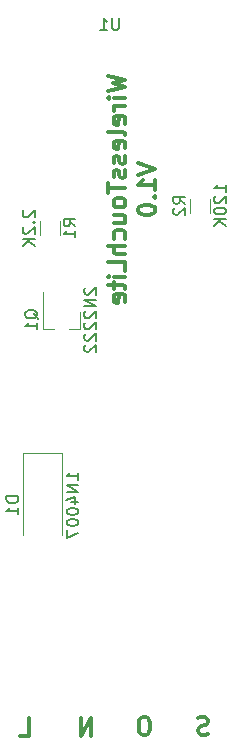
<source format=gbo>
G04 #@! TF.GenerationSoftware,KiCad,Pcbnew,(5.1.4)-1*
G04 #@! TF.CreationDate,2019-10-10T22:11:15+02:00*
G04 #@! TF.ProjectId,WirelessTouchLight,57697265-6c65-4737-9354-6f7563684c69,rev?*
G04 #@! TF.SameCoordinates,Original*
G04 #@! TF.FileFunction,Legend,Bot*
G04 #@! TF.FilePolarity,Positive*
%FSLAX46Y46*%
G04 Gerber Fmt 4.6, Leading zero omitted, Abs format (unit mm)*
G04 Created by KiCad (PCBNEW (5.1.4)-1) date 2019-10-10 22:11:15*
%MOMM*%
%LPD*%
G04 APERTURE LIST*
%ADD10C,0.300000*%
%ADD11C,0.120000*%
%ADD12C,0.150000*%
G04 APERTURE END LIST*
D10*
X60372571Y-78458142D02*
X60158285Y-78529571D01*
X59801142Y-78529571D01*
X59658285Y-78458142D01*
X59586857Y-78386714D01*
X59515428Y-78243857D01*
X59515428Y-78101000D01*
X59586857Y-77958142D01*
X59658285Y-77886714D01*
X59801142Y-77815285D01*
X60086857Y-77743857D01*
X60229714Y-77672428D01*
X60301142Y-77601000D01*
X60372571Y-77458142D01*
X60372571Y-77315285D01*
X60301142Y-77172428D01*
X60229714Y-77101000D01*
X60086857Y-77029571D01*
X59729714Y-77029571D01*
X59515428Y-77101000D01*
X55133857Y-77029571D02*
X54848142Y-77029571D01*
X54705285Y-77101000D01*
X54562428Y-77243857D01*
X54491000Y-77529571D01*
X54491000Y-78029571D01*
X54562428Y-78315285D01*
X54705285Y-78458142D01*
X54848142Y-78529571D01*
X55133857Y-78529571D01*
X55276714Y-78458142D01*
X55419571Y-78315285D01*
X55491000Y-78029571D01*
X55491000Y-77529571D01*
X55419571Y-77243857D01*
X55276714Y-77101000D01*
X55133857Y-77029571D01*
X50466571Y-78656571D02*
X50466571Y-77156571D01*
X49609428Y-78656571D01*
X49609428Y-77156571D01*
X44493714Y-78656571D02*
X45208000Y-78656571D01*
X45208000Y-77156571D01*
X51878571Y-22742142D02*
X53378571Y-23099285D01*
X52307142Y-23385000D01*
X53378571Y-23670714D01*
X51878571Y-24027857D01*
X53378571Y-24599285D02*
X52378571Y-24599285D01*
X51878571Y-24599285D02*
X51950000Y-24527857D01*
X52021428Y-24599285D01*
X51950000Y-24670714D01*
X51878571Y-24599285D01*
X52021428Y-24599285D01*
X53378571Y-25313571D02*
X52378571Y-25313571D01*
X52664285Y-25313571D02*
X52521428Y-25385000D01*
X52450000Y-25456428D01*
X52378571Y-25599285D01*
X52378571Y-25742142D01*
X53307142Y-26813571D02*
X53378571Y-26670714D01*
X53378571Y-26385000D01*
X53307142Y-26242142D01*
X53164285Y-26170714D01*
X52592857Y-26170714D01*
X52450000Y-26242142D01*
X52378571Y-26385000D01*
X52378571Y-26670714D01*
X52450000Y-26813571D01*
X52592857Y-26885000D01*
X52735714Y-26885000D01*
X52878571Y-26170714D01*
X53378571Y-27742142D02*
X53307142Y-27599285D01*
X53164285Y-27527857D01*
X51878571Y-27527857D01*
X53307142Y-28885000D02*
X53378571Y-28742142D01*
X53378571Y-28456428D01*
X53307142Y-28313571D01*
X53164285Y-28242142D01*
X52592857Y-28242142D01*
X52450000Y-28313571D01*
X52378571Y-28456428D01*
X52378571Y-28742142D01*
X52450000Y-28885000D01*
X52592857Y-28956428D01*
X52735714Y-28956428D01*
X52878571Y-28242142D01*
X53307142Y-29527857D02*
X53378571Y-29670714D01*
X53378571Y-29956428D01*
X53307142Y-30099285D01*
X53164285Y-30170714D01*
X53092857Y-30170714D01*
X52950000Y-30099285D01*
X52878571Y-29956428D01*
X52878571Y-29742142D01*
X52807142Y-29599285D01*
X52664285Y-29527857D01*
X52592857Y-29527857D01*
X52450000Y-29599285D01*
X52378571Y-29742142D01*
X52378571Y-29956428D01*
X52450000Y-30099285D01*
X53307142Y-30742142D02*
X53378571Y-30885000D01*
X53378571Y-31170714D01*
X53307142Y-31313571D01*
X53164285Y-31385000D01*
X53092857Y-31385000D01*
X52950000Y-31313571D01*
X52878571Y-31170714D01*
X52878571Y-30956428D01*
X52807142Y-30813571D01*
X52664285Y-30742142D01*
X52592857Y-30742142D01*
X52450000Y-30813571D01*
X52378571Y-30956428D01*
X52378571Y-31170714D01*
X52450000Y-31313571D01*
X51878571Y-31813571D02*
X51878571Y-32670714D01*
X53378571Y-32242142D02*
X51878571Y-32242142D01*
X53378571Y-33385000D02*
X53307142Y-33242142D01*
X53235714Y-33170714D01*
X53092857Y-33099285D01*
X52664285Y-33099285D01*
X52521428Y-33170714D01*
X52450000Y-33242142D01*
X52378571Y-33385000D01*
X52378571Y-33599285D01*
X52450000Y-33742142D01*
X52521428Y-33813571D01*
X52664285Y-33885000D01*
X53092857Y-33885000D01*
X53235714Y-33813571D01*
X53307142Y-33742142D01*
X53378571Y-33599285D01*
X53378571Y-33385000D01*
X52378571Y-35170714D02*
X53378571Y-35170714D01*
X52378571Y-34527857D02*
X53164285Y-34527857D01*
X53307142Y-34599285D01*
X53378571Y-34742142D01*
X53378571Y-34956428D01*
X53307142Y-35099285D01*
X53235714Y-35170714D01*
X53307142Y-36527857D02*
X53378571Y-36385000D01*
X53378571Y-36099285D01*
X53307142Y-35956428D01*
X53235714Y-35885000D01*
X53092857Y-35813571D01*
X52664285Y-35813571D01*
X52521428Y-35885000D01*
X52450000Y-35956428D01*
X52378571Y-36099285D01*
X52378571Y-36385000D01*
X52450000Y-36527857D01*
X53378571Y-37170714D02*
X51878571Y-37170714D01*
X53378571Y-37813571D02*
X52592857Y-37813571D01*
X52450000Y-37742142D01*
X52378571Y-37599285D01*
X52378571Y-37385000D01*
X52450000Y-37242142D01*
X52521428Y-37170714D01*
X53378571Y-39242142D02*
X53378571Y-38527857D01*
X51878571Y-38527857D01*
X53378571Y-39742142D02*
X52378571Y-39742142D01*
X51878571Y-39742142D02*
X51950000Y-39670714D01*
X52021428Y-39742142D01*
X51950000Y-39813571D01*
X51878571Y-39742142D01*
X52021428Y-39742142D01*
X52378571Y-40242142D02*
X52378571Y-40813571D01*
X51878571Y-40456428D02*
X53164285Y-40456428D01*
X53307142Y-40527857D01*
X53378571Y-40670714D01*
X53378571Y-40813571D01*
X53307142Y-41885000D02*
X53378571Y-41742142D01*
X53378571Y-41456428D01*
X53307142Y-41313571D01*
X53164285Y-41242142D01*
X52592857Y-41242142D01*
X52450000Y-41313571D01*
X52378571Y-41456428D01*
X52378571Y-41742142D01*
X52450000Y-41885000D01*
X52592857Y-41956428D01*
X52735714Y-41956428D01*
X52878571Y-41242142D01*
X54428571Y-30099285D02*
X55928571Y-30599285D01*
X54428571Y-31099285D01*
X55928571Y-32385000D02*
X55928571Y-31527857D01*
X55928571Y-31956428D02*
X54428571Y-31956428D01*
X54642857Y-31813571D01*
X54785714Y-31670714D01*
X54857142Y-31527857D01*
X55785714Y-33027857D02*
X55857142Y-33099285D01*
X55928571Y-33027857D01*
X55857142Y-32956428D01*
X55785714Y-33027857D01*
X55928571Y-33027857D01*
X54428571Y-34027857D02*
X54428571Y-34170714D01*
X54500000Y-34313571D01*
X54571428Y-34384999D01*
X54714285Y-34456428D01*
X55000000Y-34527857D01*
X55357142Y-34527857D01*
X55642857Y-34456428D01*
X55785714Y-34384999D01*
X55857142Y-34313571D01*
X55928571Y-34170714D01*
X55928571Y-34027857D01*
X55857142Y-33884999D01*
X55785714Y-33813571D01*
X55642857Y-33742142D01*
X55357142Y-33670714D01*
X55000000Y-33670714D01*
X54714285Y-33742142D01*
X54571428Y-33813571D01*
X54500000Y-33884999D01*
X54428571Y-34027857D01*
D11*
X44705000Y-54695000D02*
X44705000Y-61595000D01*
X48005000Y-54695000D02*
X48005000Y-61595000D01*
X44705000Y-54695000D02*
X48005000Y-54695000D01*
X49525000Y-44170000D02*
X49525000Y-42710000D01*
X46365000Y-44170000D02*
X46365000Y-41010000D01*
X46365000Y-44170000D02*
X47295000Y-44170000D01*
X49525000Y-44170000D02*
X48595000Y-44170000D01*
X47870000Y-36240000D02*
X47870000Y-35040000D01*
X46110000Y-35040000D02*
X46110000Y-36240000D01*
X60570000Y-34335000D02*
X60570000Y-33135000D01*
X58810000Y-33135000D02*
X58810000Y-34335000D01*
D12*
X44307380Y-58356904D02*
X43307380Y-58356904D01*
X43307380Y-58595000D01*
X43355000Y-58737857D01*
X43450238Y-58833095D01*
X43545476Y-58880714D01*
X43735952Y-58928333D01*
X43878809Y-58928333D01*
X44069285Y-58880714D01*
X44164523Y-58833095D01*
X44259761Y-58737857D01*
X44307380Y-58595000D01*
X44307380Y-58356904D01*
X44307380Y-59880714D02*
X44307380Y-59309285D01*
X44307380Y-59595000D02*
X43307380Y-59595000D01*
X43450238Y-59499761D01*
X43545476Y-59404523D01*
X43593095Y-59309285D01*
X49407380Y-56952142D02*
X49407380Y-56380714D01*
X49407380Y-56666428D02*
X48407380Y-56666428D01*
X48550238Y-56571190D01*
X48645476Y-56475952D01*
X48693095Y-56380714D01*
X49407380Y-57380714D02*
X48407380Y-57380714D01*
X49407380Y-57952142D01*
X48407380Y-57952142D01*
X48740714Y-58856904D02*
X49407380Y-58856904D01*
X48359761Y-58618809D02*
X49074047Y-58380714D01*
X49074047Y-58999761D01*
X48407380Y-59571190D02*
X48407380Y-59666428D01*
X48455000Y-59761666D01*
X48502619Y-59809285D01*
X48597857Y-59856904D01*
X48788333Y-59904523D01*
X49026428Y-59904523D01*
X49216904Y-59856904D01*
X49312142Y-59809285D01*
X49359761Y-59761666D01*
X49407380Y-59666428D01*
X49407380Y-59571190D01*
X49359761Y-59475952D01*
X49312142Y-59428333D01*
X49216904Y-59380714D01*
X49026428Y-59333095D01*
X48788333Y-59333095D01*
X48597857Y-59380714D01*
X48502619Y-59428333D01*
X48455000Y-59475952D01*
X48407380Y-59571190D01*
X48407380Y-60523571D02*
X48407380Y-60618809D01*
X48455000Y-60714047D01*
X48502619Y-60761666D01*
X48597857Y-60809285D01*
X48788333Y-60856904D01*
X49026428Y-60856904D01*
X49216904Y-60809285D01*
X49312142Y-60761666D01*
X49359761Y-60714047D01*
X49407380Y-60618809D01*
X49407380Y-60523571D01*
X49359761Y-60428333D01*
X49312142Y-60380714D01*
X49216904Y-60333095D01*
X49026428Y-60285476D01*
X48788333Y-60285476D01*
X48597857Y-60333095D01*
X48502619Y-60380714D01*
X48455000Y-60428333D01*
X48407380Y-60523571D01*
X48407380Y-61190238D02*
X48407380Y-61856904D01*
X49407380Y-61428333D01*
X45992619Y-43314761D02*
X45945000Y-43219523D01*
X45849761Y-43124285D01*
X45706904Y-42981428D01*
X45659285Y-42886190D01*
X45659285Y-42790952D01*
X45897380Y-42838571D02*
X45849761Y-42743333D01*
X45754523Y-42648095D01*
X45564047Y-42600476D01*
X45230714Y-42600476D01*
X45040238Y-42648095D01*
X44945000Y-42743333D01*
X44897380Y-42838571D01*
X44897380Y-43029047D01*
X44945000Y-43124285D01*
X45040238Y-43219523D01*
X45230714Y-43267142D01*
X45564047Y-43267142D01*
X45754523Y-43219523D01*
X45849761Y-43124285D01*
X45897380Y-43029047D01*
X45897380Y-42838571D01*
X45897380Y-44219523D02*
X45897380Y-43648095D01*
X45897380Y-43933809D02*
X44897380Y-43933809D01*
X45040238Y-43838571D01*
X45135476Y-43743333D01*
X45183095Y-43648095D01*
X49992619Y-40695714D02*
X49945000Y-40743333D01*
X49897380Y-40838571D01*
X49897380Y-41076666D01*
X49945000Y-41171904D01*
X49992619Y-41219523D01*
X50087857Y-41267142D01*
X50183095Y-41267142D01*
X50325952Y-41219523D01*
X50897380Y-40648095D01*
X50897380Y-41267142D01*
X50897380Y-41695714D02*
X49897380Y-41695714D01*
X50897380Y-42267142D01*
X49897380Y-42267142D01*
X49992619Y-42695714D02*
X49945000Y-42743333D01*
X49897380Y-42838571D01*
X49897380Y-43076666D01*
X49945000Y-43171904D01*
X49992619Y-43219523D01*
X50087857Y-43267142D01*
X50183095Y-43267142D01*
X50325952Y-43219523D01*
X50897380Y-42648095D01*
X50897380Y-43267142D01*
X49992619Y-43648095D02*
X49945000Y-43695714D01*
X49897380Y-43790952D01*
X49897380Y-44029047D01*
X49945000Y-44124285D01*
X49992619Y-44171904D01*
X50087857Y-44219523D01*
X50183095Y-44219523D01*
X50325952Y-44171904D01*
X50897380Y-43600476D01*
X50897380Y-44219523D01*
X49992619Y-44600476D02*
X49945000Y-44648095D01*
X49897380Y-44743333D01*
X49897380Y-44981428D01*
X49945000Y-45076666D01*
X49992619Y-45124285D01*
X50087857Y-45171904D01*
X50183095Y-45171904D01*
X50325952Y-45124285D01*
X50897380Y-44552857D01*
X50897380Y-45171904D01*
X49992619Y-45552857D02*
X49945000Y-45600476D01*
X49897380Y-45695714D01*
X49897380Y-45933809D01*
X49945000Y-46029047D01*
X49992619Y-46076666D01*
X50087857Y-46124285D01*
X50183095Y-46124285D01*
X50325952Y-46076666D01*
X50897380Y-45505238D01*
X50897380Y-46124285D01*
X49142380Y-35473333D02*
X48666190Y-35140000D01*
X49142380Y-34901904D02*
X48142380Y-34901904D01*
X48142380Y-35282857D01*
X48190000Y-35378095D01*
X48237619Y-35425714D01*
X48332857Y-35473333D01*
X48475714Y-35473333D01*
X48570952Y-35425714D01*
X48618571Y-35378095D01*
X48666190Y-35282857D01*
X48666190Y-34901904D01*
X49142380Y-36425714D02*
X49142380Y-35854285D01*
X49142380Y-36140000D02*
X48142380Y-36140000D01*
X48285238Y-36044761D01*
X48380476Y-35949523D01*
X48428095Y-35854285D01*
X44787619Y-34140000D02*
X44740000Y-34187619D01*
X44692380Y-34282857D01*
X44692380Y-34520952D01*
X44740000Y-34616190D01*
X44787619Y-34663809D01*
X44882857Y-34711428D01*
X44978095Y-34711428D01*
X45120952Y-34663809D01*
X45692380Y-34092380D01*
X45692380Y-34711428D01*
X45597142Y-35140000D02*
X45644761Y-35187619D01*
X45692380Y-35140000D01*
X45644761Y-35092380D01*
X45597142Y-35140000D01*
X45692380Y-35140000D01*
X44787619Y-35568571D02*
X44740000Y-35616190D01*
X44692380Y-35711428D01*
X44692380Y-35949523D01*
X44740000Y-36044761D01*
X44787619Y-36092380D01*
X44882857Y-36140000D01*
X44978095Y-36140000D01*
X45120952Y-36092380D01*
X45692380Y-35520952D01*
X45692380Y-36140000D01*
X45692380Y-36568571D02*
X44692380Y-36568571D01*
X45692380Y-37140000D02*
X45120952Y-36711428D01*
X44692380Y-37140000D02*
X45263809Y-36568571D01*
X58442380Y-33568333D02*
X57966190Y-33235000D01*
X58442380Y-32996904D02*
X57442380Y-32996904D01*
X57442380Y-33377857D01*
X57490000Y-33473095D01*
X57537619Y-33520714D01*
X57632857Y-33568333D01*
X57775714Y-33568333D01*
X57870952Y-33520714D01*
X57918571Y-33473095D01*
X57966190Y-33377857D01*
X57966190Y-32996904D01*
X57537619Y-33949285D02*
X57490000Y-33996904D01*
X57442380Y-34092142D01*
X57442380Y-34330238D01*
X57490000Y-34425476D01*
X57537619Y-34473095D01*
X57632857Y-34520714D01*
X57728095Y-34520714D01*
X57870952Y-34473095D01*
X58442380Y-33901666D01*
X58442380Y-34520714D01*
X61892380Y-32568333D02*
X61892380Y-31996904D01*
X61892380Y-32282619D02*
X60892380Y-32282619D01*
X61035238Y-32187380D01*
X61130476Y-32092142D01*
X61178095Y-31996904D01*
X60987619Y-32949285D02*
X60940000Y-32996904D01*
X60892380Y-33092142D01*
X60892380Y-33330238D01*
X60940000Y-33425476D01*
X60987619Y-33473095D01*
X61082857Y-33520714D01*
X61178095Y-33520714D01*
X61320952Y-33473095D01*
X61892380Y-32901666D01*
X61892380Y-33520714D01*
X60892380Y-34139761D02*
X60892380Y-34235000D01*
X60940000Y-34330238D01*
X60987619Y-34377857D01*
X61082857Y-34425476D01*
X61273333Y-34473095D01*
X61511428Y-34473095D01*
X61701904Y-34425476D01*
X61797142Y-34377857D01*
X61844761Y-34330238D01*
X61892380Y-34235000D01*
X61892380Y-34139761D01*
X61844761Y-34044523D01*
X61797142Y-33996904D01*
X61701904Y-33949285D01*
X61511428Y-33901666D01*
X61273333Y-33901666D01*
X61082857Y-33949285D01*
X60987619Y-33996904D01*
X60940000Y-34044523D01*
X60892380Y-34139761D01*
X61892380Y-34901666D02*
X60892380Y-34901666D01*
X61892380Y-35473095D02*
X61320952Y-35044523D01*
X60892380Y-35473095D02*
X61463809Y-34901666D01*
X52831904Y-17867380D02*
X52831904Y-18676904D01*
X52784285Y-18772142D01*
X52736666Y-18819761D01*
X52641428Y-18867380D01*
X52450952Y-18867380D01*
X52355714Y-18819761D01*
X52308095Y-18772142D01*
X52260476Y-18676904D01*
X52260476Y-17867380D01*
X51260476Y-18867380D02*
X51831904Y-18867380D01*
X51546190Y-18867380D02*
X51546190Y-17867380D01*
X51641428Y-18010238D01*
X51736666Y-18105476D01*
X51831904Y-18153095D01*
M02*

</source>
